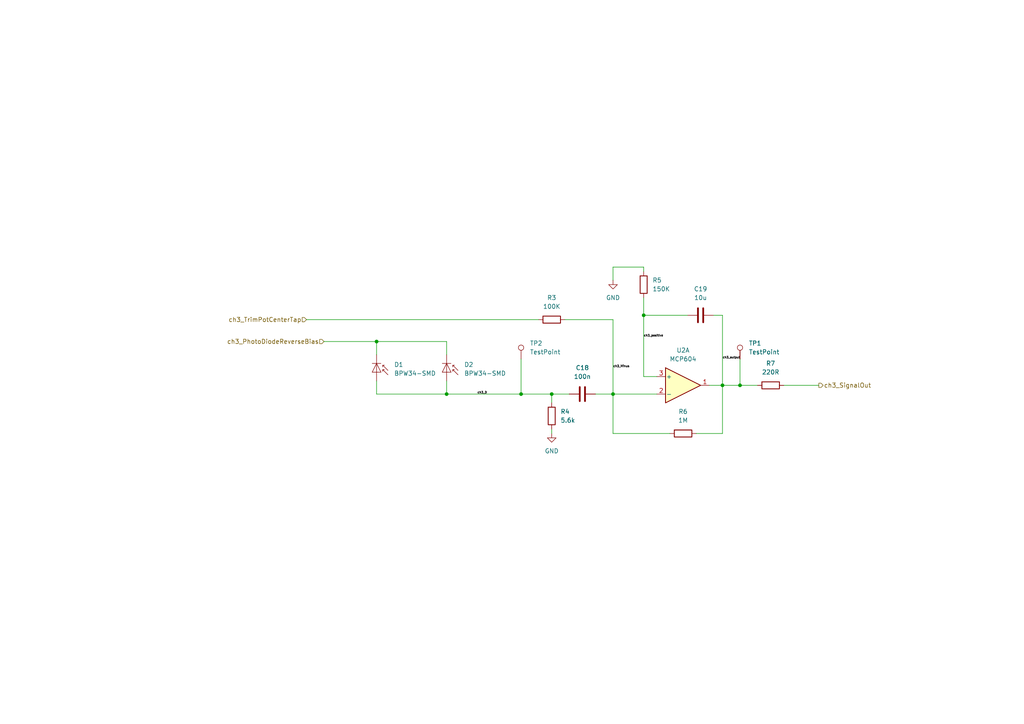
<source format=kicad_sch>
(kicad_sch (version 20230121) (generator eeschema)

  (uuid aefcce55-c549-4ca5-9b6c-bbe67f6278f3)

  (paper "A4")

  (title_block
    (title "ElectronicBLETarget")
    (date "2024-02-03")
    (rev "1")
  )

  (lib_symbols
    (symbol "Amplifier_Operational:MCP604" (pin_names (offset 0.127)) (in_bom yes) (on_board yes)
      (property "Reference" "U" (at 0 5.08 0)
        (effects (font (size 1.27 1.27)) (justify left))
      )
      (property "Value" "MCP604" (at 0 -5.08 0)
        (effects (font (size 1.27 1.27)) (justify left))
      )
      (property "Footprint" "" (at -1.27 2.54 0)
        (effects (font (size 1.27 1.27)) hide)
      )
      (property "Datasheet" "http://ww1.microchip.com/downloads/en/DeviceDoc/21314g.pdf" (at 1.27 5.08 0)
        (effects (font (size 1.27 1.27)) hide)
      )
      (property "ki_locked" "" (at 0 0 0)
        (effects (font (size 1.27 1.27)))
      )
      (property "ki_keywords" "quad opamp" (at 0 0 0)
        (effects (font (size 1.27 1.27)) hide)
      )
      (property "ki_description" "Quad 2.7V to 6.0V Single Supply CMOS Op Amps, DIP-14/SOIC-14/TSSOP-14" (at 0 0 0)
        (effects (font (size 1.27 1.27)) hide)
      )
      (property "ki_fp_filters" "SOIC*3.9x8.7mm*P1.27mm* DIP*W7.62mm* TSSOP*4.4x5mm*P0.65mm* SSOP*5.3x6.2mm*P0.65mm* MSOP*3x3mm*P0.5mm*" (at 0 0 0)
        (effects (font (size 1.27 1.27)) hide)
      )
      (symbol "MCP604_1_1"
        (polyline
          (pts
            (xy -5.08 5.08)
            (xy 5.08 0)
            (xy -5.08 -5.08)
            (xy -5.08 5.08)
          )
          (stroke (width 0.254) (type default))
          (fill (type background))
        )
        (pin output line (at 7.62 0 180) (length 2.54)
          (name "~" (effects (font (size 1.27 1.27))))
          (number "1" (effects (font (size 1.27 1.27))))
        )
        (pin input line (at -7.62 -2.54 0) (length 2.54)
          (name "-" (effects (font (size 1.27 1.27))))
          (number "2" (effects (font (size 1.27 1.27))))
        )
        (pin input line (at -7.62 2.54 0) (length 2.54)
          (name "+" (effects (font (size 1.27 1.27))))
          (number "3" (effects (font (size 1.27 1.27))))
        )
      )
      (symbol "MCP604_2_1"
        (polyline
          (pts
            (xy -5.08 5.08)
            (xy 5.08 0)
            (xy -5.08 -5.08)
            (xy -5.08 5.08)
          )
          (stroke (width 0.254) (type default))
          (fill (type background))
        )
        (pin input line (at -7.62 2.54 0) (length 2.54)
          (name "+" (effects (font (size 1.27 1.27))))
          (number "5" (effects (font (size 1.27 1.27))))
        )
        (pin input line (at -7.62 -2.54 0) (length 2.54)
          (name "-" (effects (font (size 1.27 1.27))))
          (number "6" (effects (font (size 1.27 1.27))))
        )
        (pin output line (at 7.62 0 180) (length 2.54)
          (name "~" (effects (font (size 1.27 1.27))))
          (number "7" (effects (font (size 1.27 1.27))))
        )
      )
      (symbol "MCP604_3_1"
        (polyline
          (pts
            (xy -5.08 5.08)
            (xy 5.08 0)
            (xy -5.08 -5.08)
            (xy -5.08 5.08)
          )
          (stroke (width 0.254) (type default))
          (fill (type background))
        )
        (pin input line (at -7.62 2.54 0) (length 2.54)
          (name "+" (effects (font (size 1.27 1.27))))
          (number "10" (effects (font (size 1.27 1.27))))
        )
        (pin output line (at 7.62 0 180) (length 2.54)
          (name "~" (effects (font (size 1.27 1.27))))
          (number "8" (effects (font (size 1.27 1.27))))
        )
        (pin input line (at -7.62 -2.54 0) (length 2.54)
          (name "-" (effects (font (size 1.27 1.27))))
          (number "9" (effects (font (size 1.27 1.27))))
        )
      )
      (symbol "MCP604_4_1"
        (polyline
          (pts
            (xy -5.08 5.08)
            (xy 5.08 0)
            (xy -5.08 -5.08)
            (xy -5.08 5.08)
          )
          (stroke (width 0.254) (type default))
          (fill (type background))
        )
        (pin input line (at -7.62 2.54 0) (length 2.54)
          (name "+" (effects (font (size 1.27 1.27))))
          (number "12" (effects (font (size 1.27 1.27))))
        )
        (pin input line (at -7.62 -2.54 0) (length 2.54)
          (name "-" (effects (font (size 1.27 1.27))))
          (number "13" (effects (font (size 1.27 1.27))))
        )
        (pin output line (at 7.62 0 180) (length 2.54)
          (name "~" (effects (font (size 1.27 1.27))))
          (number "14" (effects (font (size 1.27 1.27))))
        )
      )
      (symbol "MCP604_5_1"
        (pin power_in line (at -2.54 -7.62 90) (length 3.81)
          (name "V-" (effects (font (size 1.27 1.27))))
          (number "11" (effects (font (size 1.27 1.27))))
        )
        (pin power_in line (at -2.54 7.62 270) (length 3.81)
          (name "V+" (effects (font (size 1.27 1.27))))
          (number "4" (effects (font (size 1.27 1.27))))
        )
      )
    )
    (symbol "Connector:TestPoint" (pin_numbers hide) (pin_names (offset 0.762) hide) (in_bom yes) (on_board yes)
      (property "Reference" "TP" (at 0 6.858 0)
        (effects (font (size 1.27 1.27)))
      )
      (property "Value" "TestPoint" (at 0 5.08 0)
        (effects (font (size 1.27 1.27)))
      )
      (property "Footprint" "" (at 5.08 0 0)
        (effects (font (size 1.27 1.27)) hide)
      )
      (property "Datasheet" "~" (at 5.08 0 0)
        (effects (font (size 1.27 1.27)) hide)
      )
      (property "ki_keywords" "test point tp" (at 0 0 0)
        (effects (font (size 1.27 1.27)) hide)
      )
      (property "ki_description" "test point" (at 0 0 0)
        (effects (font (size 1.27 1.27)) hide)
      )
      (property "ki_fp_filters" "Pin* Test*" (at 0 0 0)
        (effects (font (size 1.27 1.27)) hide)
      )
      (symbol "TestPoint_0_1"
        (circle (center 0 3.302) (radius 0.762)
          (stroke (width 0) (type default))
          (fill (type none))
        )
      )
      (symbol "TestPoint_1_1"
        (pin passive line (at 0 0 90) (length 2.54)
          (name "1" (effects (font (size 1.27 1.27))))
          (number "1" (effects (font (size 1.27 1.27))))
        )
      )
    )
    (symbol "Device:C" (pin_numbers hide) (pin_names (offset 0.254)) (in_bom yes) (on_board yes)
      (property "Reference" "C" (at 0.635 2.54 0)
        (effects (font (size 1.27 1.27)) (justify left))
      )
      (property "Value" "C" (at 0.635 -2.54 0)
        (effects (font (size 1.27 1.27)) (justify left))
      )
      (property "Footprint" "" (at 0.9652 -3.81 0)
        (effects (font (size 1.27 1.27)) hide)
      )
      (property "Datasheet" "~" (at 0 0 0)
        (effects (font (size 1.27 1.27)) hide)
      )
      (property "ki_keywords" "cap capacitor" (at 0 0 0)
        (effects (font (size 1.27 1.27)) hide)
      )
      (property "ki_description" "Unpolarized capacitor" (at 0 0 0)
        (effects (font (size 1.27 1.27)) hide)
      )
      (property "ki_fp_filters" "C_*" (at 0 0 0)
        (effects (font (size 1.27 1.27)) hide)
      )
      (symbol "C_0_1"
        (polyline
          (pts
            (xy -2.032 -0.762)
            (xy 2.032 -0.762)
          )
          (stroke (width 0.508) (type default))
          (fill (type none))
        )
        (polyline
          (pts
            (xy -2.032 0.762)
            (xy 2.032 0.762)
          )
          (stroke (width 0.508) (type default))
          (fill (type none))
        )
      )
      (symbol "C_1_1"
        (pin passive line (at 0 3.81 270) (length 2.794)
          (name "~" (effects (font (size 1.27 1.27))))
          (number "1" (effects (font (size 1.27 1.27))))
        )
        (pin passive line (at 0 -3.81 90) (length 2.794)
          (name "~" (effects (font (size 1.27 1.27))))
          (number "2" (effects (font (size 1.27 1.27))))
        )
      )
    )
    (symbol "Device:R" (pin_numbers hide) (pin_names (offset 0)) (in_bom yes) (on_board yes)
      (property "Reference" "R" (at 2.032 0 90)
        (effects (font (size 1.27 1.27)))
      )
      (property "Value" "R" (at 0 0 90)
        (effects (font (size 1.27 1.27)))
      )
      (property "Footprint" "" (at -1.778 0 90)
        (effects (font (size 1.27 1.27)) hide)
      )
      (property "Datasheet" "~" (at 0 0 0)
        (effects (font (size 1.27 1.27)) hide)
      )
      (property "ki_keywords" "R res resistor" (at 0 0 0)
        (effects (font (size 1.27 1.27)) hide)
      )
      (property "ki_description" "Resistor" (at 0 0 0)
        (effects (font (size 1.27 1.27)) hide)
      )
      (property "ki_fp_filters" "R_*" (at 0 0 0)
        (effects (font (size 1.27 1.27)) hide)
      )
      (symbol "R_0_1"
        (rectangle (start -1.016 -2.54) (end 1.016 2.54)
          (stroke (width 0.254) (type default))
          (fill (type none))
        )
      )
      (symbol "R_1_1"
        (pin passive line (at 0 3.81 270) (length 1.27)
          (name "~" (effects (font (size 1.27 1.27))))
          (number "1" (effects (font (size 1.27 1.27))))
        )
        (pin passive line (at 0 -3.81 90) (length 1.27)
          (name "~" (effects (font (size 1.27 1.27))))
          (number "2" (effects (font (size 1.27 1.27))))
        )
      )
    )
    (symbol "Sensor_Optical:BPW34-SMD" (pin_numbers hide) (pin_names (offset 1.016) hide) (in_bom yes) (on_board yes)
      (property "Reference" "D" (at 0.508 1.778 0)
        (effects (font (size 1.27 1.27)) (justify left))
      )
      (property "Value" "BPW34-SMD" (at -1.016 -2.794 0)
        (effects (font (size 1.27 1.27)))
      )
      (property "Footprint" "OptoDevice:Osram_BPW34S-SMD" (at 0 4.445 0)
        (effects (font (size 1.27 1.27)) hide)
      )
      (property "Datasheet" "https://dammedia.osram.info/media/resource/hires/osram-dam-5488319/BPW%2034%20S_EN.pdf" (at -1.27 0 0)
        (effects (font (size 1.27 1.27)) hide)
      )
      (property "ki_keywords" "opto photodiode" (at 0 0 0)
        (effects (font (size 1.27 1.27)) hide)
      )
      (property "ki_description" "Silicon PIN Photodiode, Area 2.65x2.65mm" (at 0 0 0)
        (effects (font (size 1.27 1.27)) hide)
      )
      (property "ki_fp_filters" "Osram*BPW34S*" (at 0 0 0)
        (effects (font (size 1.27 1.27)) hide)
      )
      (symbol "BPW34-SMD_0_1"
        (polyline
          (pts
            (xy -2.54 1.27)
            (xy -2.54 -1.27)
          )
          (stroke (width 0.1524) (type default))
          (fill (type none))
        )
        (polyline
          (pts
            (xy -2.032 1.778)
            (xy -1.524 1.778)
          )
          (stroke (width 0) (type default))
          (fill (type none))
        )
        (polyline
          (pts
            (xy 0 -1.27)
            (xy 0 1.27)
          )
          (stroke (width 0) (type default))
          (fill (type none))
        )
        (polyline
          (pts
            (xy 0 0)
            (xy -2.54 0)
          )
          (stroke (width 0) (type default))
          (fill (type none))
        )
        (polyline
          (pts
            (xy -0.508 3.302)
            (xy -2.032 1.778)
            (xy -2.032 2.286)
          )
          (stroke (width 0) (type default))
          (fill (type none))
        )
        (polyline
          (pts
            (xy 0 1.27)
            (xy -2.54 0)
            (xy 0 -1.27)
          )
          (stroke (width 0) (type default))
          (fill (type none))
        )
        (polyline
          (pts
            (xy 0.762 3.302)
            (xy -0.762 1.778)
            (xy -0.762 2.286)
            (xy -0.762 1.778)
            (xy -0.254 1.778)
          )
          (stroke (width 0) (type default))
          (fill (type none))
        )
      )
      (symbol "BPW34-SMD_1_1"
        (pin passive line (at -5.08 0 0) (length 2.54)
          (name "K" (effects (font (size 1.27 1.27))))
          (number "1" (effects (font (size 1.27 1.27))))
        )
        (pin passive line (at 2.54 0 180) (length 2.54)
          (name "A" (effects (font (size 1.27 1.27))))
          (number "2" (effects (font (size 1.27 1.27))))
        )
      )
    )
    (symbol "power:GND" (power) (pin_names (offset 0)) (in_bom yes) (on_board yes)
      (property "Reference" "#PWR" (at 0 -6.35 0)
        (effects (font (size 1.27 1.27)) hide)
      )
      (property "Value" "GND" (at 0 -3.81 0)
        (effects (font (size 1.27 1.27)))
      )
      (property "Footprint" "" (at 0 0 0)
        (effects (font (size 1.27 1.27)) hide)
      )
      (property "Datasheet" "" (at 0 0 0)
        (effects (font (size 1.27 1.27)) hide)
      )
      (property "ki_keywords" "global power" (at 0 0 0)
        (effects (font (size 1.27 1.27)) hide)
      )
      (property "ki_description" "Power symbol creates a global label with name \"GND\" , ground" (at 0 0 0)
        (effects (font (size 1.27 1.27)) hide)
      )
      (symbol "GND_0_1"
        (polyline
          (pts
            (xy 0 0)
            (xy 0 -1.27)
            (xy 1.27 -1.27)
            (xy 0 -2.54)
            (xy -1.27 -1.27)
            (xy 0 -1.27)
          )
          (stroke (width 0) (type default))
          (fill (type none))
        )
      )
      (symbol "GND_1_1"
        (pin power_in line (at 0 0 270) (length 0) hide
          (name "GND" (effects (font (size 1.27 1.27))))
          (number "1" (effects (font (size 1.27 1.27))))
        )
      )
    )
  )

  (junction (at 214.63 111.76) (diameter 0) (color 0 0 0 0)
    (uuid 06f6b43d-6f31-462e-93c9-005b6c16f9a3)
  )
  (junction (at 209.55 111.76) (diameter 0) (color 0 0 0 0)
    (uuid 15053ff8-233a-4df4-b152-03527b4f72e9)
  )
  (junction (at 160.02 114.3) (diameter 0) (color 0 0 0 0)
    (uuid 24f33cbd-b5c8-4477-bf87-30752bab4acc)
  )
  (junction (at 129.54 114.3) (diameter 0) (color 0 0 0 0)
    (uuid 35df34a9-61de-4740-9870-a4bb416231e8)
  )
  (junction (at 151.13 114.3) (diameter 0) (color 0 0 0 0)
    (uuid 4a4507fe-4e28-4f5a-a8e1-34fcb0ae3bd4)
  )
  (junction (at 109.22 99.06) (diameter 0) (color 0 0 0 0)
    (uuid 59e99747-77fb-4852-9b59-f1b112d58f95)
  )
  (junction (at 186.69 91.44) (diameter 0) (color 0 0 0 0)
    (uuid 7c6b6e60-2dad-4104-bdd5-573d94366f49)
  )
  (junction (at 177.8 114.3) (diameter 0) (color 0 0 0 0)
    (uuid 8da0bff1-015c-4f99-83d1-9e2ebbd0e908)
  )

  (wire (pts (xy 194.31 125.73) (xy 177.8 125.73))
    (stroke (width 0) (type default))
    (uuid 08264d83-b599-4232-af7f-ae0c58c55377)
  )
  (wire (pts (xy 209.55 111.76) (xy 214.63 111.76))
    (stroke (width 0) (type default))
    (uuid 0f58ad19-8404-4dc5-ae90-4ef632ccbe97)
  )
  (wire (pts (xy 190.5 114.3) (xy 177.8 114.3))
    (stroke (width 0) (type default))
    (uuid 1c650298-5512-4364-97cb-2ffc4e9030a4)
  )
  (wire (pts (xy 209.55 125.73) (xy 209.55 111.76))
    (stroke (width 0) (type default))
    (uuid 209260fe-1c95-49d7-aa34-fa2a845db987)
  )
  (wire (pts (xy 227.33 111.76) (xy 237.49 111.76))
    (stroke (width 0) (type default))
    (uuid 22302192-c93b-4fad-b37d-26e9e9517506)
  )
  (wire (pts (xy 151.13 114.3) (xy 160.02 114.3))
    (stroke (width 0) (type default))
    (uuid 23f2390f-4694-4d71-8243-bee547d8c7b6)
  )
  (wire (pts (xy 186.69 109.22) (xy 186.69 91.44))
    (stroke (width 0) (type default))
    (uuid 26984224-24ea-4579-b9be-2f716cf24cd6)
  )
  (wire (pts (xy 177.8 77.47) (xy 177.8 81.28))
    (stroke (width 0) (type default))
    (uuid 2cd7e08c-bcdf-4551-9316-8f2968278b10)
  )
  (wire (pts (xy 160.02 124.46) (xy 160.02 125.73))
    (stroke (width 0) (type default))
    (uuid 31af826c-6cf6-4481-8e38-0fb5633b0c59)
  )
  (wire (pts (xy 214.63 104.14) (xy 214.63 111.76))
    (stroke (width 0) (type default))
    (uuid 322d0347-e7a1-40c3-8a3f-6f96664d632b)
  )
  (wire (pts (xy 93.98 99.06) (xy 109.22 99.06))
    (stroke (width 0) (type default))
    (uuid 35c073f6-e7c7-43a5-893b-3d77df18b69b)
  )
  (wire (pts (xy 129.54 114.3) (xy 129.54 110.49))
    (stroke (width 0) (type default))
    (uuid 3ec08854-dab1-40a4-9364-a939fe535e24)
  )
  (wire (pts (xy 201.93 125.73) (xy 209.55 125.73))
    (stroke (width 0) (type default))
    (uuid 4d758028-7098-4b5e-9c8a-96c6e312467c)
  )
  (wire (pts (xy 186.69 91.44) (xy 199.39 91.44))
    (stroke (width 0) (type default))
    (uuid 53bba016-589e-4c22-acfa-e751828c8b0b)
  )
  (wire (pts (xy 129.54 102.87) (xy 129.54 99.06))
    (stroke (width 0) (type default))
    (uuid 581f5053-0b24-48eb-9301-d656e69800df)
  )
  (wire (pts (xy 151.13 104.14) (xy 151.13 114.3))
    (stroke (width 0) (type default))
    (uuid 611a04e4-2a0e-428b-ae74-0258032fbfbb)
  )
  (wire (pts (xy 172.72 114.3) (xy 177.8 114.3))
    (stroke (width 0) (type default))
    (uuid 71140937-3324-4966-a246-1624aeb3cc5e)
  )
  (wire (pts (xy 177.8 114.3) (xy 177.8 125.73))
    (stroke (width 0) (type default))
    (uuid 7237af06-f150-48ae-9fbb-6e97ca974f16)
  )
  (wire (pts (xy 186.69 77.47) (xy 186.69 78.74))
    (stroke (width 0) (type default))
    (uuid 837750c1-0fc3-4aa3-95b8-ede8603b4d89)
  )
  (wire (pts (xy 186.69 91.44) (xy 186.69 86.36))
    (stroke (width 0) (type default))
    (uuid 898d3209-3d78-4fb5-b494-d8d6638e0668)
  )
  (wire (pts (xy 186.69 77.47) (xy 177.8 77.47))
    (stroke (width 0) (type default))
    (uuid 8bfba422-1e1b-4b9b-b5c3-50ddd9a62baa)
  )
  (wire (pts (xy 177.8 92.71) (xy 177.8 114.3))
    (stroke (width 0) (type default))
    (uuid 8e8ceb2c-0856-49b4-a5fb-2d31bf70c13f)
  )
  (wire (pts (xy 214.63 111.76) (xy 219.71 111.76))
    (stroke (width 0) (type default))
    (uuid 8f73f5c8-8aed-4bfb-84c0-875340e8ec65)
  )
  (wire (pts (xy 109.22 110.49) (xy 109.22 114.3))
    (stroke (width 0) (type default))
    (uuid 9830815f-7621-4ed1-a386-dd668e22d1b6)
  )
  (wire (pts (xy 88.9 92.71) (xy 156.21 92.71))
    (stroke (width 0) (type default))
    (uuid a9bca116-fbda-4ada-ae75-b0e473d1e718)
  )
  (wire (pts (xy 109.22 99.06) (xy 109.22 102.87))
    (stroke (width 0) (type default))
    (uuid c1b5ea69-032d-4b5d-a5eb-e77521bf7f9e)
  )
  (wire (pts (xy 205.74 111.76) (xy 209.55 111.76))
    (stroke (width 0) (type default))
    (uuid c39aa372-91f7-4e81-8746-f3ff63dcd3b2)
  )
  (wire (pts (xy 163.83 92.71) (xy 177.8 92.71))
    (stroke (width 0) (type default))
    (uuid d1e22b32-302b-4a64-b98e-65e29b61d088)
  )
  (wire (pts (xy 190.5 109.22) (xy 186.69 109.22))
    (stroke (width 0) (type default))
    (uuid d7d20fcf-69eb-42ce-8c70-5379285049d9)
  )
  (wire (pts (xy 209.55 91.44) (xy 209.55 111.76))
    (stroke (width 0) (type default))
    (uuid dc4c1ce4-cba8-4522-9e62-41f4152f4362)
  )
  (wire (pts (xy 109.22 99.06) (xy 129.54 99.06))
    (stroke (width 0) (type default))
    (uuid e1f99239-fedd-44f4-863c-51f21b1d3460)
  )
  (wire (pts (xy 109.22 114.3) (xy 129.54 114.3))
    (stroke (width 0) (type default))
    (uuid e53f3537-92fb-428f-8828-9cdf60826efb)
  )
  (wire (pts (xy 207.01 91.44) (xy 209.55 91.44))
    (stroke (width 0) (type default))
    (uuid edc9bc8a-9ecd-4e05-b3dc-f28afd107c6e)
  )
  (wire (pts (xy 160.02 114.3) (xy 165.1 114.3))
    (stroke (width 0) (type default))
    (uuid ede1f5a0-8835-4ec7-ad1f-8ae042c8276a)
  )
  (wire (pts (xy 160.02 116.84) (xy 160.02 114.3))
    (stroke (width 0) (type default))
    (uuid eea543d4-29d1-4204-a074-5466fca792a2)
  )
  (wire (pts (xy 151.13 114.3) (xy 129.54 114.3))
    (stroke (width 0) (type default))
    (uuid efcfa2d0-9f78-45f5-a6e7-810e28437b9c)
  )

  (label "ch3_output" (at 209.55 104.14 0) (fields_autoplaced)
    (effects (font (size 0.6 0.6)) (justify left bottom))
    (uuid 84f00809-03ca-488f-af97-6766531dd0f6)
  )
  (label "ch3_D" (at 138.43 114.3 0) (fields_autoplaced)
    (effects (font (size 0.6 0.6)) (justify left bottom))
    (uuid a4cade69-43a6-4de6-aba5-5451582e8b7a)
  )
  (label "ch3_Minus" (at 177.8 106.68 0) (fields_autoplaced)
    (effects (font (size 0.6 0.6)) (justify left bottom))
    (uuid bd9b94b4-36b7-446c-b739-f50fe72eae6d)
  )
  (label "ch3_positive" (at 186.69 97.79 0) (fields_autoplaced)
    (effects (font (size 0.6 0.6)) (justify left bottom))
    (uuid d147af79-4e98-4d88-8595-ce6f8ca77a2c)
  )

  (hierarchical_label "ch3_SignalOut" (shape output) (at 237.49 111.76 0) (fields_autoplaced)
    (effects (font (size 1.27 1.27)) (justify left))
    (uuid 22c805af-19d6-434f-9049-6480d5a30d42)
  )
  (hierarchical_label "ch3_PhotoDiodeReverseBias" (shape input) (at 93.98 99.06 180) (fields_autoplaced)
    (effects (font (size 1.27 1.27)) (justify right))
    (uuid a31b5e40-b90f-4d3e-98b7-4a580d1627e0)
  )
  (hierarchical_label "ch3_TrimPotCenterTap" (shape input) (at 88.9 92.71 180) (fields_autoplaced)
    (effects (font (size 1.27 1.27)) (justify right))
    (uuid aad5978e-69bc-4915-97b8-8bc3eab09ddd)
  )

  (symbol (lib_id "Device:C") (at 168.91 114.3 90) (unit 1)
    (in_bom yes) (on_board yes) (dnp no) (fields_autoplaced)
    (uuid 07632b0f-f522-410f-9e2e-ec8195569b0b)
    (property "Reference" "C18" (at 168.91 106.68 90)
      (effects (font (size 1.27 1.27)))
    )
    (property "Value" "100n" (at 168.91 109.22 90)
      (effects (font (size 1.27 1.27)))
    )
    (property "Footprint" "Capacitor_SMD:C_0402_1005Metric" (at 172.72 113.3348 0)
      (effects (font (size 1.27 1.27)) hide)
    )
    (property "Datasheet" "~" (at 168.91 114.3 0)
      (effects (font (size 1.27 1.27)) hide)
    )
    (property "Distributor" "https://www2.mouser.com/ProductDetail/KYOCERA-AVX/04023C104KAT2A?qs=nNezP%252BoerbAsgsxxIAjFOw%3D%3D" (at 168.91 114.3 0)
      (effects (font (size 1.27 1.27)) hide)
    )
    (property "Manufacturer" "KYOCERA AVX" (at 168.91 114.3 0)
      (effects (font (size 1.27 1.27)) hide)
    )
    (property "Manufacturer Part Number" "04023C104KAT2A" (at 168.91 114.3 0)
      (effects (font (size 1.27 1.27)) hide)
    )
    (pin "1" (uuid 55df6907-0fb8-4f5b-b9bc-06c2835c7769))
    (pin "2" (uuid f5b88e3b-29a3-4ca0-9e43-48ea3f953840))
    (instances
      (project "ElectronicBLETarget"
        (path "/e65ca263-7357-4fa8-aaf0-4e1b74459457/49f09594-2afc-4263-bfc0-820cce7c9974/59fea44c-0a64-4f6c-b8f7-0535f389bda9"
          (reference "C18") (unit 1)
        )
        (path "/e65ca263-7357-4fa8-aaf0-4e1b74459457/49f09594-2afc-4263-bfc0-820cce7c9974/7874cf2c-78dc-45f4-9ca5-22bdae47e0ea"
          (reference "C20") (unit 1)
        )
        (path "/e65ca263-7357-4fa8-aaf0-4e1b74459457/49f09594-2afc-4263-bfc0-820cce7c9974/782e6450-79c1-4497-918b-ae61fd1dd8de"
          (reference "C27") (unit 1)
        )
        (path "/e65ca263-7357-4fa8-aaf0-4e1b74459457/b544718d-3976-4b6d-b3e0-414d205a9f25/46b35db9-a5ac-4d5f-ae47-2420f95d1ec8"
          (reference "C35") (unit 1)
        )
      )
    )
  )

  (symbol (lib_id "Connector:TestPoint") (at 151.13 104.14 0) (unit 1)
    (in_bom yes) (on_board yes) (dnp no) (fields_autoplaced)
    (uuid 32e3ff5c-c605-4d11-8496-fbbfad7bda40)
    (property "Reference" "TP2" (at 153.67 99.568 0)
      (effects (font (size 1.27 1.27)) (justify left))
    )
    (property "Value" "TestPoint" (at 153.67 102.108 0)
      (effects (font (size 1.27 1.27)) (justify left))
    )
    (property "Footprint" "TestPoint:TestPoint_Pad_D1.5mm" (at 156.21 104.14 0)
      (effects (font (size 1.27 1.27)) hide)
    )
    (property "Datasheet" "~" (at 156.21 104.14 0)
      (effects (font (size 1.27 1.27)) hide)
    )
    (property "Distributor" "" (at 151.13 104.14 0)
      (effects (font (size 1.27 1.27)) hide)
    )
    (property "Manufacturer" "" (at 151.13 104.14 0)
      (effects (font (size 1.27 1.27)) hide)
    )
    (property "Manufacturer Part Number" "" (at 151.13 104.14 0)
      (effects (font (size 1.27 1.27)) hide)
    )
    (pin "1" (uuid c1662a7e-aa65-4fac-aab3-ed2791dc6c87))
    (instances
      (project "ElectronicBLETarget"
        (path "/e65ca263-7357-4fa8-aaf0-4e1b74459457/49f09594-2afc-4263-bfc0-820cce7c9974/59fea44c-0a64-4f6c-b8f7-0535f389bda9"
          (reference "TP2") (unit 1)
        )
        (path "/e65ca263-7357-4fa8-aaf0-4e1b74459457/49f09594-2afc-4263-bfc0-820cce7c9974/7874cf2c-78dc-45f4-9ca5-22bdae47e0ea"
          (reference "TP3") (unit 1)
        )
        (path "/e65ca263-7357-4fa8-aaf0-4e1b74459457/49f09594-2afc-4263-bfc0-820cce7c9974/782e6450-79c1-4497-918b-ae61fd1dd8de"
          (reference "TP8") (unit 1)
        )
        (path "/e65ca263-7357-4fa8-aaf0-4e1b74459457/b544718d-3976-4b6d-b3e0-414d205a9f25/46b35db9-a5ac-4d5f-ae47-2420f95d1ec8"
          (reference "TP16") (unit 1)
        )
      )
    )
  )

  (symbol (lib_id "Device:C") (at 203.2 91.44 90) (unit 1)
    (in_bom yes) (on_board yes) (dnp no) (fields_autoplaced)
    (uuid 3ae93015-62bc-4faa-abd8-92003e2c781e)
    (property "Reference" "C19" (at 203.2 83.82 90)
      (effects (font (size 1.27 1.27)))
    )
    (property "Value" "10u" (at 203.2 86.36 90)
      (effects (font (size 1.27 1.27)))
    )
    (property "Footprint" "Capacitor_SMD:C_0603_1608Metric" (at 207.01 90.4748 0)
      (effects (font (size 1.27 1.27)) hide)
    )
    (property "Datasheet" "~" (at 203.2 91.44 0)
      (effects (font (size 1.27 1.27)) hide)
    )
    (property "Distributor" "https://www2.mouser.com/ProductDetail/Murata-Electronics/GRT188R61A106KE13D?qs=drgMNd%252BkGPNPX%2FZOd6cIlg%3D%3D" (at 203.2 91.44 0)
      (effects (font (size 1.27 1.27)) hide)
    )
    (property "Manufacturer" "Murata Electronics" (at 203.2 91.44 0)
      (effects (font (size 1.27 1.27)) hide)
    )
    (property "Manufacturer Part Number" "GRT188R61A106KE13D" (at 203.2 91.44 0)
      (effects (font (size 1.27 1.27)) hide)
    )
    (pin "2" (uuid 920cd361-6dd7-404f-8901-4010cd45af9a))
    (pin "1" (uuid 109e6895-bb62-4e23-8098-5cadccdbc653))
    (instances
      (project "ElectronicBLETarget"
        (path "/e65ca263-7357-4fa8-aaf0-4e1b74459457/49f09594-2afc-4263-bfc0-820cce7c9974/59fea44c-0a64-4f6c-b8f7-0535f389bda9"
          (reference "C19") (unit 1)
        )
        (path "/e65ca263-7357-4fa8-aaf0-4e1b74459457/49f09594-2afc-4263-bfc0-820cce7c9974/7874cf2c-78dc-45f4-9ca5-22bdae47e0ea"
          (reference "C21") (unit 1)
        )
        (path "/e65ca263-7357-4fa8-aaf0-4e1b74459457/49f09594-2afc-4263-bfc0-820cce7c9974/782e6450-79c1-4497-918b-ae61fd1dd8de"
          (reference "C28") (unit 1)
        )
        (path "/e65ca263-7357-4fa8-aaf0-4e1b74459457/b544718d-3976-4b6d-b3e0-414d205a9f25/46b35db9-a5ac-4d5f-ae47-2420f95d1ec8"
          (reference "C36") (unit 1)
        )
      )
    )
  )

  (symbol (lib_id "power:GND") (at 160.02 125.73 0) (unit 1)
    (in_bom yes) (on_board yes) (dnp no) (fields_autoplaced)
    (uuid 41549f6b-9582-49c6-a969-050a2d901286)
    (property "Reference" "#PWR022" (at 160.02 132.08 0)
      (effects (font (size 1.27 1.27)) hide)
    )
    (property "Value" "GND" (at 160.02 130.81 0)
      (effects (font (size 1.27 1.27)))
    )
    (property "Footprint" "" (at 160.02 125.73 0)
      (effects (font (size 1.27 1.27)) hide)
    )
    (property "Datasheet" "" (at 160.02 125.73 0)
      (effects (font (size 1.27 1.27)) hide)
    )
    (pin "1" (uuid c5784dcb-35ca-4582-8777-f5bdae1bc45c))
    (instances
      (project "ElectronicBLETarget"
        (path "/e65ca263-7357-4fa8-aaf0-4e1b74459457/49f09594-2afc-4263-bfc0-820cce7c9974/59fea44c-0a64-4f6c-b8f7-0535f389bda9"
          (reference "#PWR022") (unit 1)
        )
        (path "/e65ca263-7357-4fa8-aaf0-4e1b74459457/49f09594-2afc-4263-bfc0-820cce7c9974/7874cf2c-78dc-45f4-9ca5-22bdae47e0ea"
          (reference "#PWR024") (unit 1)
        )
        (path "/e65ca263-7357-4fa8-aaf0-4e1b74459457/49f09594-2afc-4263-bfc0-820cce7c9974/782e6450-79c1-4497-918b-ae61fd1dd8de"
          (reference "#PWR049") (unit 1)
        )
        (path "/e65ca263-7357-4fa8-aaf0-4e1b74459457/b544718d-3976-4b6d-b3e0-414d205a9f25/46b35db9-a5ac-4d5f-ae47-2420f95d1ec8"
          (reference "#PWR059") (unit 1)
        )
      )
    )
  )

  (symbol (lib_id "Sensor_Optical:BPW34-SMD") (at 109.22 107.95 270) (unit 1)
    (in_bom yes) (on_board yes) (dnp no)
    (uuid 4544984e-cf30-441d-9a6d-462d10e57f61)
    (property "Reference" "D1" (at 114.3 105.7529 90)
      (effects (font (size 1.27 1.27)) (justify left))
    )
    (property "Value" "BPW34-SMD" (at 114.3 108.2929 90)
      (effects (font (size 1.27 1.27)) (justify left))
    )
    (property "Footprint" "ElectronicBLETarget_PCBFootprints:Osram_BPW34S-SMD" (at 113.665 107.95 0)
      (effects (font (size 1.27 1.27)) hide)
    )
    (property "Datasheet" "https://dammedia.osram.info/media/resource/hires/osram-dam-5488319/BPW%2034%20S_EN.pdf" (at 109.22 106.68 0)
      (effects (font (size 1.27 1.27)) hide)
    )
    (property "Distributor" "https://www2.mouser.com/ProductDetail/ams-OSRAM/BPW-34-S?qs=vLWxofP3U2zVT0CDmWwS1A%3D%3D" (at 109.22 107.95 0)
      (effects (font (size 1.27 1.27)) hide)
    )
    (property "Manufacturer" "ams OSRAM" (at 109.22 107.95 0)
      (effects (font (size 1.27 1.27)) hide)
    )
    (property "Manufacturer Part Number" "BPW 34 S" (at 109.22 107.95 0)
      (effects (font (size 1.27 1.27)) hide)
    )
    (pin "1" (uuid 5394c460-b054-4815-b879-31dc1faae81c))
    (pin "2" (uuid 72c5945d-15d0-4789-adf3-6a4bc0ea3b9d))
    (instances
      (project "ElectronicBLETarget"
        (path "/e65ca263-7357-4fa8-aaf0-4e1b74459457/49f09594-2afc-4263-bfc0-820cce7c9974/59fea44c-0a64-4f6c-b8f7-0535f389bda9"
          (reference "D1") (unit 1)
        )
        (path "/e65ca263-7357-4fa8-aaf0-4e1b74459457/49f09594-2afc-4263-bfc0-820cce7c9974/7874cf2c-78dc-45f4-9ca5-22bdae47e0ea"
          (reference "D3") (unit 1)
        )
        (path "/e65ca263-7357-4fa8-aaf0-4e1b74459457/49f09594-2afc-4263-bfc0-820cce7c9974/782e6450-79c1-4497-918b-ae61fd1dd8de"
          (reference "D6") (unit 1)
        )
        (path "/e65ca263-7357-4fa8-aaf0-4e1b74459457/b544718d-3976-4b6d-b3e0-414d205a9f25/46b35db9-a5ac-4d5f-ae47-2420f95d1ec8"
          (reference "D14") (unit 1)
        )
      )
    )
  )

  (symbol (lib_id "power:GND") (at 177.8 81.28 0) (unit 1)
    (in_bom yes) (on_board yes) (dnp no) (fields_autoplaced)
    (uuid 724a7a81-f1f5-4c06-8240-eac714c9d023)
    (property "Reference" "#PWR023" (at 177.8 87.63 0)
      (effects (font (size 1.27 1.27)) hide)
    )
    (property "Value" "GND" (at 177.8 86.36 0)
      (effects (font (size 1.27 1.27)))
    )
    (property "Footprint" "" (at 177.8 81.28 0)
      (effects (font (size 1.27 1.27)) hide)
    )
    (property "Datasheet" "" (at 177.8 81.28 0)
      (effects (font (size 1.27 1.27)) hide)
    )
    (pin "1" (uuid e637e06e-6274-47f1-9a70-f944505bd5d0))
    (instances
      (project "ElectronicBLETarget"
        (path "/e65ca263-7357-4fa8-aaf0-4e1b74459457/49f09594-2afc-4263-bfc0-820cce7c9974/59fea44c-0a64-4f6c-b8f7-0535f389bda9"
          (reference "#PWR023") (unit 1)
        )
        (path "/e65ca263-7357-4fa8-aaf0-4e1b74459457/49f09594-2afc-4263-bfc0-820cce7c9974/7874cf2c-78dc-45f4-9ca5-22bdae47e0ea"
          (reference "#PWR025") (unit 1)
        )
        (path "/e65ca263-7357-4fa8-aaf0-4e1b74459457/49f09594-2afc-4263-bfc0-820cce7c9974/782e6450-79c1-4497-918b-ae61fd1dd8de"
          (reference "#PWR050") (unit 1)
        )
        (path "/e65ca263-7357-4fa8-aaf0-4e1b74459457/b544718d-3976-4b6d-b3e0-414d205a9f25/46b35db9-a5ac-4d5f-ae47-2420f95d1ec8"
          (reference "#PWR060") (unit 1)
        )
      )
    )
  )

  (symbol (lib_id "Device:R") (at 186.69 82.55 0) (unit 1)
    (in_bom yes) (on_board yes) (dnp no) (fields_autoplaced)
    (uuid ba331a86-109c-4d66-8b3f-4d4e4206fa13)
    (property "Reference" "R5" (at 189.23 81.28 0)
      (effects (font (size 1.27 1.27)) (justify left))
    )
    (property "Value" "150K" (at 189.23 83.82 0)
      (effects (font (size 1.27 1.27)) (justify left))
    )
    (property "Footprint" "Resistor_SMD:R_0402_1005Metric" (at 184.912 82.55 90)
      (effects (font (size 1.27 1.27)) hide)
    )
    (property "Datasheet" "~" (at 186.69 82.55 0)
      (effects (font (size 1.27 1.27)) hide)
    )
    (property "Distributor" "https://www2.mouser.com/ProductDetail/YAGEO/RC0402FR-07150KL?qs=UOUeRUa%252B8Wn3KcUL8sT7JA%3D%3D" (at 186.69 82.55 0)
      (effects (font (size 1.27 1.27)) hide)
    )
    (property "Manufacturer" "YAEGO" (at 186.69 82.55 0)
      (effects (font (size 1.27 1.27)) hide)
    )
    (property "Manufacturer Part Number" "RC0402FR-07150KL" (at 186.69 82.55 0)
      (effects (font (size 1.27 1.27)) hide)
    )
    (pin "1" (uuid b6195ab5-d57a-4a7c-92d1-f4f59b4ae8c6))
    (pin "2" (uuid 87d4ebfc-00b1-4a43-a2f9-05f10d6cb40d))
    (instances
      (project "ElectronicBLETarget"
        (path "/e65ca263-7357-4fa8-aaf0-4e1b74459457/49f09594-2afc-4263-bfc0-820cce7c9974/59fea44c-0a64-4f6c-b8f7-0535f389bda9"
          (reference "R5") (unit 1)
        )
        (path "/e65ca263-7357-4fa8-aaf0-4e1b74459457/49f09594-2afc-4263-bfc0-820cce7c9974/7874cf2c-78dc-45f4-9ca5-22bdae47e0ea"
          (reference "R10") (unit 1)
        )
        (path "/e65ca263-7357-4fa8-aaf0-4e1b74459457/49f09594-2afc-4263-bfc0-820cce7c9974/782e6450-79c1-4497-918b-ae61fd1dd8de"
          (reference "R28") (unit 1)
        )
        (path "/e65ca263-7357-4fa8-aaf0-4e1b74459457/b544718d-3976-4b6d-b3e0-414d205a9f25/46b35db9-a5ac-4d5f-ae47-2420f95d1ec8"
          (reference "R48") (unit 1)
        )
      )
    )
  )

  (symbol (lib_id "Device:R") (at 223.52 111.76 270) (unit 1)
    (in_bom yes) (on_board yes) (dnp no) (fields_autoplaced)
    (uuid bb79f97c-5564-48e3-8e14-4c1d745985e6)
    (property "Reference" "R7" (at 223.52 105.41 90)
      (effects (font (size 1.27 1.27)))
    )
    (property "Value" "220R" (at 223.52 107.95 90)
      (effects (font (size 1.27 1.27)))
    )
    (property "Footprint" "Resistor_SMD:R_0402_1005Metric" (at 223.52 109.982 90)
      (effects (font (size 1.27 1.27)) hide)
    )
    (property "Datasheet" "~" (at 223.52 111.76 0)
      (effects (font (size 1.27 1.27)) hide)
    )
    (property "Distributor" "https://www2.mouser.com/ProductDetail/YAGEO/RC0402FR-07221RL?qs=YDy31nmf64y04UoKIvC83Q%3D%3D" (at 223.52 111.76 0)
      (effects (font (size 1.27 1.27)) hide)
    )
    (property "Manufacturer" "YAGEO" (at 223.52 111.76 0)
      (effects (font (size 1.27 1.27)) hide)
    )
    (property "Manufacturer Part Number" "RC0402FR-07221RL" (at 223.52 111.76 0)
      (effects (font (size 1.27 1.27)) hide)
    )
    (pin "2" (uuid 523cdb03-aaff-41ea-8ba9-8e8cb3b97e10))
    (pin "1" (uuid 54e0f85d-f97e-4c8e-88cd-e319cd154a2f))
    (instances
      (project "ElectronicBLETarget"
        (path "/e65ca263-7357-4fa8-aaf0-4e1b74459457/49f09594-2afc-4263-bfc0-820cce7c9974/59fea44c-0a64-4f6c-b8f7-0535f389bda9"
          (reference "R7") (unit 1)
        )
        (path "/e65ca263-7357-4fa8-aaf0-4e1b74459457/49f09594-2afc-4263-bfc0-820cce7c9974/7874cf2c-78dc-45f4-9ca5-22bdae47e0ea"
          (reference "R12") (unit 1)
        )
        (path "/e65ca263-7357-4fa8-aaf0-4e1b74459457/49f09594-2afc-4263-bfc0-820cce7c9974/782e6450-79c1-4497-918b-ae61fd1dd8de"
          (reference "R30") (unit 1)
        )
        (path "/e65ca263-7357-4fa8-aaf0-4e1b74459457/b544718d-3976-4b6d-b3e0-414d205a9f25/46b35db9-a5ac-4d5f-ae47-2420f95d1ec8"
          (reference "R50") (unit 1)
        )
      )
    )
  )

  (symbol (lib_id "Device:R") (at 160.02 92.71 90) (unit 1)
    (in_bom yes) (on_board yes) (dnp no) (fields_autoplaced)
    (uuid cf436bf8-d677-4654-8833-c14282dafae0)
    (property "Reference" "R3" (at 160.02 86.36 90)
      (effects (font (size 1.27 1.27)))
    )
    (property "Value" "100K" (at 160.02 88.9 90)
      (effects (font (size 1.27 1.27)))
    )
    (property "Footprint" "Resistor_SMD:R_0402_1005Metric" (at 160.02 94.488 90)
      (effects (font (size 1.27 1.27)) hide)
    )
    (property "Datasheet" "~" (at 160.02 92.71 0)
      (effects (font (size 1.27 1.27)) hide)
    )
    (property "Distributor" "https://www2.mouser.com/ProductDetail/YAGEO/RC0402FR-07100KL?qs=mnq%2FyloZIXzTlUn7JAHSWg%3D%3D" (at 160.02 92.71 0)
      (effects (font (size 1.27 1.27)) hide)
    )
    (property "Manufacturer" "YAGEO" (at 160.02 92.71 0)
      (effects (font (size 1.27 1.27)) hide)
    )
    (property "Manufacturer Part Number" "RC0402FR-07100KL" (at 160.02 92.71 0)
      (effects (font (size 1.27 1.27)) hide)
    )
    (pin "1" (uuid d53d547a-32d4-4d5a-9104-e4774bdc239e))
    (pin "2" (uuid e1590a23-bc5b-451e-9f32-a7eda14f6058))
    (instances
      (project "ElectronicBLETarget"
        (path "/e65ca263-7357-4fa8-aaf0-4e1b74459457/49f09594-2afc-4263-bfc0-820cce7c9974/59fea44c-0a64-4f6c-b8f7-0535f389bda9"
          (reference "R3") (unit 1)
        )
        (path "/e65ca263-7357-4fa8-aaf0-4e1b74459457/49f09594-2afc-4263-bfc0-820cce7c9974/7874cf2c-78dc-45f4-9ca5-22bdae47e0ea"
          (reference "R8") (unit 1)
        )
        (path "/e65ca263-7357-4fa8-aaf0-4e1b74459457/49f09594-2afc-4263-bfc0-820cce7c9974/782e6450-79c1-4497-918b-ae61fd1dd8de"
          (reference "R26") (unit 1)
        )
        (path "/e65ca263-7357-4fa8-aaf0-4e1b74459457/b544718d-3976-4b6d-b3e0-414d205a9f25/46b35db9-a5ac-4d5f-ae47-2420f95d1ec8"
          (reference "R46") (unit 1)
        )
      )
    )
  )

  (symbol (lib_id "Sensor_Optical:BPW34-SMD") (at 129.54 107.95 270) (unit 1)
    (in_bom yes) (on_board yes) (dnp no) (fields_autoplaced)
    (uuid dcbaaa7c-3a9f-4204-9467-dc1449871228)
    (property "Reference" "D2" (at 134.62 105.7529 90)
      (effects (font (size 1.27 1.27)) (justify left))
    )
    (property "Value" "BPW34-SMD" (at 134.62 108.2929 90)
      (effects (font (size 1.27 1.27)) (justify left))
    )
    (property "Footprint" "ElectronicBLETarget_PCBFootprints:Osram_BPW34S-SMD" (at 133.985 107.95 0)
      (effects (font (size 1.27 1.27)) hide)
    )
    (property "Datasheet" "https://dammedia.osram.info/media/resource/hires/osram-dam-5488319/BPW%2034%20S_EN.pdf" (at 129.54 106.68 0)
      (effects (font (size 1.27 1.27)) hide)
    )
    (property "Distributor" "https://www2.mouser.com/ProductDetail/ams-OSRAM/BPW-34-S?qs=vLWxofP3U2zVT0CDmWwS1A%3D%3D" (at 129.54 107.95 0)
      (effects (font (size 1.27 1.27)) hide)
    )
    (property "Manufacturer" "ams OSRAM" (at 129.54 107.95 0)
      (effects (font (size 1.27 1.27)) hide)
    )
    (property "Manufacturer Part Number" "BPW 34 S" (at 129.54 107.95 0)
      (effects (font (size 1.27 1.27)) hide)
    )
    (pin "1" (uuid 7c4dd325-857b-41c3-a4dc-f1fff4223f1b))
    (pin "2" (uuid 65edcd7c-3c9d-46ed-a23d-dbf91902ab91))
    (instances
      (project "ElectronicBLETarget"
        (path "/e65ca263-7357-4fa8-aaf0-4e1b74459457/49f09594-2afc-4263-bfc0-820cce7c9974/59fea44c-0a64-4f6c-b8f7-0535f389bda9"
          (reference "D2") (unit 1)
        )
        (path "/e65ca263-7357-4fa8-aaf0-4e1b74459457/49f09594-2afc-4263-bfc0-820cce7c9974/7874cf2c-78dc-45f4-9ca5-22bdae47e0ea"
          (reference "D4") (unit 1)
        )
        (path "/e65ca263-7357-4fa8-aaf0-4e1b74459457/49f09594-2afc-4263-bfc0-820cce7c9974/782e6450-79c1-4497-918b-ae61fd1dd8de"
          (reference "D7") (unit 1)
        )
        (path "/e65ca263-7357-4fa8-aaf0-4e1b74459457/b544718d-3976-4b6d-b3e0-414d205a9f25/46b35db9-a5ac-4d5f-ae47-2420f95d1ec8"
          (reference "D15") (unit 1)
        )
      )
    )
  )

  (symbol (lib_id "Connector:TestPoint") (at 214.63 104.14 0) (unit 1)
    (in_bom yes) (on_board yes) (dnp no) (fields_autoplaced)
    (uuid dce5ae72-00a5-4108-ab8b-a0009a217c81)
    (property "Reference" "TP1" (at 217.17 99.568 0)
      (effects (font (size 1.27 1.27)) (justify left))
    )
    (property "Value" "TestPoint" (at 217.17 102.108 0)
      (effects (font (size 1.27 1.27)) (justify left))
    )
    (property "Footprint" "TestPoint:TestPoint_Pad_D1.5mm" (at 219.71 104.14 0)
      (effects (font (size 1.27 1.27)) hide)
    )
    (property "Datasheet" "~" (at 219.71 104.14 0)
      (effects (font (size 1.27 1.27)) hide)
    )
    (property "Distributor" "" (at 214.63 104.14 0)
      (effects (font (size 1.27 1.27)) hide)
    )
    (property "Manufacturer" "" (at 214.63 104.14 0)
      (effects (font (size 1.27 1.27)) hide)
    )
    (property "Manufacturer Part Number" "" (at 214.63 104.14 0)
      (effects (font (size 1.27 1.27)) hide)
    )
    (pin "1" (uuid 547ff785-86bc-4ea8-bbb7-ce214f2d3b2e))
    (instances
      (project "ElectronicBLETarget"
        (path "/e65ca263-7357-4fa8-aaf0-4e1b74459457/49f09594-2afc-4263-bfc0-820cce7c9974/59fea44c-0a64-4f6c-b8f7-0535f389bda9"
          (reference "TP1") (unit 1)
        )
        (path "/e65ca263-7357-4fa8-aaf0-4e1b74459457/49f09594-2afc-4263-bfc0-820cce7c9974/7874cf2c-78dc-45f4-9ca5-22bdae47e0ea"
          (reference "TP4") (unit 1)
        )
        (path "/e65ca263-7357-4fa8-aaf0-4e1b74459457/49f09594-2afc-4263-bfc0-820cce7c9974/782e6450-79c1-4497-918b-ae61fd1dd8de"
          (reference "TP9") (unit 1)
        )
        (path "/e65ca263-7357-4fa8-aaf0-4e1b74459457/b544718d-3976-4b6d-b3e0-414d205a9f25/46b35db9-a5ac-4d5f-ae47-2420f95d1ec8"
          (reference "TP17") (unit 1)
        )
      )
    )
  )

  (symbol (lib_id "Device:R") (at 198.12 125.73 90) (unit 1)
    (in_bom yes) (on_board yes) (dnp no) (fields_autoplaced)
    (uuid e278ff82-0c85-4767-8cab-61c46807c2de)
    (property "Reference" "R6" (at 198.12 119.38 90)
      (effects (font (size 1.27 1.27)))
    )
    (property "Value" "1M" (at 198.12 121.92 90)
      (effects (font (size 1.27 1.27)))
    )
    (property "Footprint" "Resistor_SMD:R_0402_1005Metric" (at 198.12 127.508 90)
      (effects (font (size 1.27 1.27)) hide)
    )
    (property "Datasheet" "~" (at 198.12 125.73 0)
      (effects (font (size 1.27 1.27)) hide)
    )
    (property "Distributor" "https://www2.mouser.com/ProductDetail/YAGEO/RC0402FR-071MP?qs=qpJ%252B%252B%252Bdg6p3ZHXW8hUlwzA%3D%3D" (at 198.12 125.73 0)
      (effects (font (size 1.27 1.27)) hide)
    )
    (property "Manufacturer" "YAEGO" (at 198.12 125.73 0)
      (effects (font (size 1.27 1.27)) hide)
    )
    (property "Manufacturer Part Number" "RC0402FR-071MP" (at 198.12 125.73 0)
      (effects (font (size 1.27 1.27)) hide)
    )
    (pin "2" (uuid 2cbb8222-1d3b-47c6-8024-d8c8a8a08158))
    (pin "1" (uuid b3a7929e-c8ab-4ca1-b69f-ba7ea8a05b27))
    (instances
      (project "ElectronicBLETarget"
        (path "/e65ca263-7357-4fa8-aaf0-4e1b74459457/49f09594-2afc-4263-bfc0-820cce7c9974/59fea44c-0a64-4f6c-b8f7-0535f389bda9"
          (reference "R6") (unit 1)
        )
        (path "/e65ca263-7357-4fa8-aaf0-4e1b74459457/49f09594-2afc-4263-bfc0-820cce7c9974/7874cf2c-78dc-45f4-9ca5-22bdae47e0ea"
          (reference "R11") (unit 1)
        )
        (path "/e65ca263-7357-4fa8-aaf0-4e1b74459457/49f09594-2afc-4263-bfc0-820cce7c9974/782e6450-79c1-4497-918b-ae61fd1dd8de"
          (reference "R29") (unit 1)
        )
        (path "/e65ca263-7357-4fa8-aaf0-4e1b74459457/b544718d-3976-4b6d-b3e0-414d205a9f25/46b35db9-a5ac-4d5f-ae47-2420f95d1ec8"
          (reference "R49") (unit 1)
        )
      )
    )
  )

  (symbol (lib_id "Amplifier_Operational:MCP604") (at 198.12 111.76 0) (unit 1)
    (in_bom yes) (on_board yes) (dnp no) (fields_autoplaced)
    (uuid e9ee3ed0-5627-4350-86d8-8d9bb3472ab0)
    (property "Reference" "U2" (at 198.12 101.6 0)
      (effects (font (size 1.27 1.27)))
    )
    (property "Value" "MCP604" (at 198.12 104.14 0)
      (effects (font (size 1.27 1.27)))
    )
    (property "Footprint" "ElectronicBLETarget_PCBFootprints:SOIC-14_3.9x8.7mm_P1.27mm" (at 196.85 109.22 0)
      (effects (font (size 1.27 1.27)) hide)
    )
    (property "Datasheet" "https://www2.mouser.com/datasheet/2/268/21669D-1180278.pdf" (at 199.39 106.68 0)
      (effects (font (size 1.27 1.27)) hide)
    )
    (property "Distributor" "https://www2.mouser.com/ProductDetail/Microchip-Technology/MCP6044-I-SL?qs=Yx6ahBY6%252BSBWFG0wBCI4%2FA%3D%3D&_gl=1*oc0vmt*_ga*NDY3NDU2NzcuMTcwNTQ5MzI1Mg..*_ga_15W4STQT4T*MTcxMjQxNzM2Ni45LjEuMTcxMjQxNzg0NC44LjAuMA..*_ga_1KQLCYKRX3*MTcxMDc3NDc1NS4zLjAuMTcxMDc3NDc1OC4wLjAuMA.." (at 198.12 111.76 0)
      (effects (font (size 1.27 1.27)) hide)
    )
    (property "Manufacturer" "Microchip Technology" (at 198.12 111.76 0)
      (effects (font (size 1.27 1.27)) hide)
    )
    (property "Manufacturer Part Number" "MCP6044-I/SL" (at 198.12 111.76 0)
      (effects (font (size 1.27 1.27)) hide)
    )
    (pin "7" (uuid 7a81f82c-6d5a-40d0-87ca-b0db901379bb))
    (pin "3" (uuid f07536cb-0749-42a3-a0a9-db21b1769d3c))
    (pin "4" (uuid ecb57a54-d318-485e-9759-06c8cc7f1b63))
    (pin "2" (uuid 298185e7-2b2f-4b39-a01b-08075824a711))
    (pin "14" (uuid 64482b34-8f6f-410d-8bb1-63bf4abcffc6))
    (pin "10" (uuid c474b51b-d21f-474d-ab85-f8565aece012))
    (pin "12" (uuid 22197ab0-7db6-471f-836b-cf53764e8588))
    (pin "13" (uuid ba4c27d9-a29f-4329-967b-da694094f84f))
    (pin "6" (uuid e569b10d-d541-45ce-9d58-60f952aa2b36))
    (pin "5" (uuid 27f90559-cac7-4d3f-9f59-642e3ae8bd79))
    (pin "9" (uuid b471a340-ba6c-4792-b125-c7897980b13c))
    (pin "1" (uuid 89c0303b-63ba-40a1-9123-1a3e89b8d922))
    (pin "8" (uuid 6621f91b-b020-4242-83fd-8f49fd5885ec))
    (pin "11" (uuid 958f1c67-41a5-406f-985e-c31c8db2bc0c))
    (instances
      (project "ElectronicBLETarget"
        (path "/e65ca263-7357-4fa8-aaf0-4e1b74459457/49f09594-2afc-4263-bfc0-820cce7c9974/59fea44c-0a64-4f6c-b8f7-0535f389bda9"
          (reference "U2") (unit 1)
        )
        (path "/e65ca263-7357-4fa8-aaf0-4e1b74459457/49f09594-2afc-4263-bfc0-820cce7c9974/7874cf2c-78dc-45f4-9ca5-22bdae47e0ea"
          (reference "U3") (unit 2)
        )
        (path "/e65ca263-7357-4fa8-aaf0-4e1b74459457/49f09594-2afc-4263-bfc0-820cce7c9974/782e6450-79c1-4497-918b-ae61fd1dd8de"
          (reference "U8") (unit 3)
        )
        (path "/e65ca263-7357-4fa8-aaf0-4e1b74459457/b544718d-3976-4b6d-b3e0-414d205a9f25/46b35db9-a5ac-4d5f-ae47-2420f95d1ec8"
          (reference "U9") (unit 3)
        )
      )
    )
  )

  (symbol (lib_id "Device:R") (at 160.02 120.65 0) (unit 1)
    (in_bom yes) (on_board yes) (dnp no) (fields_autoplaced)
    (uuid f5325078-6044-4911-b13f-850d297bada9)
    (property "Reference" "R4" (at 162.56 119.38 0)
      (effects (font (size 1.27 1.27)) (justify left))
    )
    (property "Value" "5.6k" (at 162.56 121.92 0)
      (effects (font (size 1.27 1.27)) (justify left))
    )
    (property "Footprint" "Resistor_SMD:R_0402_1005Metric" (at 158.242 120.65 90)
      (effects (font (size 1.27 1.27)) hide)
    )
    (property "Datasheet" "~" (at 160.02 120.65 0)
      (effects (font (size 1.27 1.27)) hide)
    )
    (property "Distributor" "https://www2.mouser.com/ProductDetail/YAGEO/RC0402FR-075K6P?qs=qpJ%252B%252B%252Bdg6p30gsyyATH7TQ%3D%3D" (at 160.02 120.65 0)
      (effects (font (size 1.27 1.27)) hide)
    )
    (property "Manufacturer" "YAGEO" (at 160.02 120.65 0)
      (effects (font (size 1.27 1.27)) hide)
    )
    (property "Manufacturer Part Number" "RC0402FR-075K6P" (at 160.02 120.65 0)
      (effects (font (size 1.27 1.27)) hide)
    )
    (pin "1" (uuid d84bcc05-385f-4bdb-8ae0-536db10b531b))
    (pin "2" (uuid c921d5b8-418c-425f-8709-d2b77e5ae4f0))
    (instances
      (project "ElectronicBLETarget"
        (path "/e65ca263-7357-4fa8-aaf0-4e1b74459457/49f09594-2afc-4263-bfc0-820cce7c9974/59fea44c-0a64-4f6c-b8f7-0535f389bda9"
          (reference "R4") (unit 1)
        )
        (path "/e65ca263-7357-4fa8-aaf0-4e1b74459457/49f09594-2afc-4263-bfc0-820cce7c9974/7874cf2c-78dc-45f4-9ca5-22bdae47e0ea"
          (reference "R9") (unit 1)
        )
        (path "/e65ca263-7357-4fa8-aaf0-4e1b74459457/49f09594-2afc-4263-bfc0-820cce7c9974/782e6450-79c1-4497-918b-ae61fd1dd8de"
          (reference "R27") (unit 1)
        )
        (path "/e65ca263-7357-4fa8-aaf0-4e1b74459457/b544718d-3976-4b6d-b3e0-414d205a9f25/46b35db9-a5ac-4d5f-ae47-2420f95d1ec8"
          (reference "R47") (unit 1)
        )
      )
    )
  )
)

</source>
